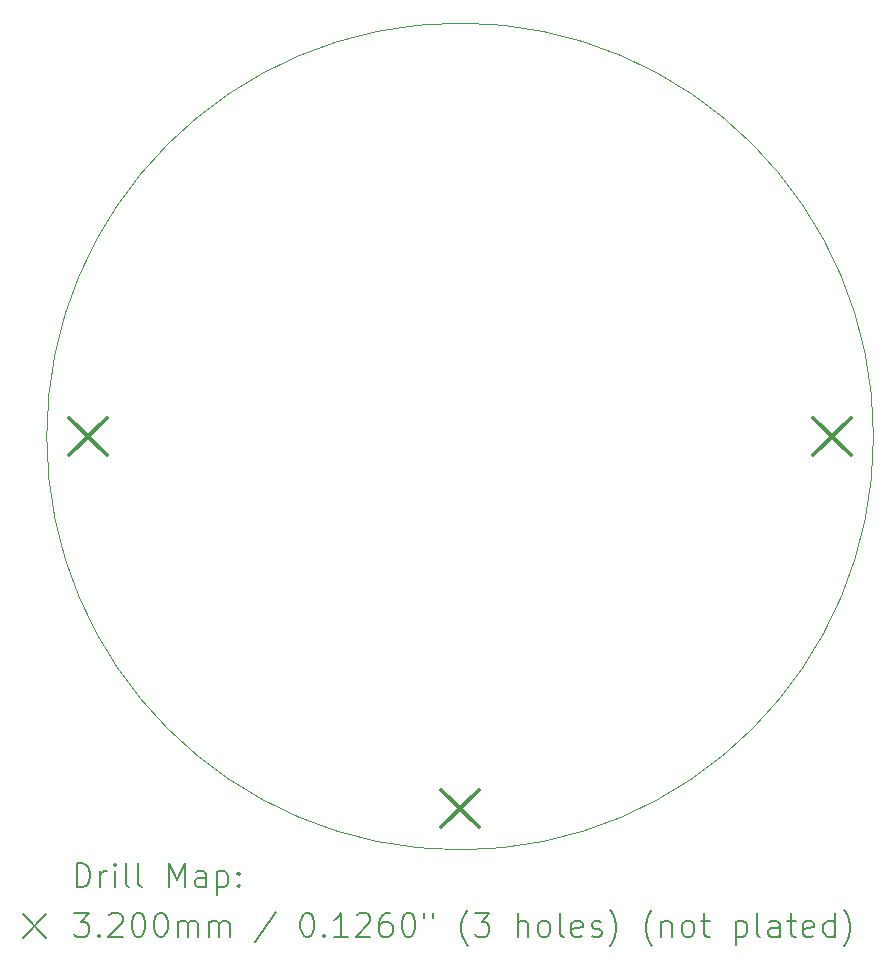
<source format=gbr>
%TF.GenerationSoftware,KiCad,Pcbnew,6.0.11+dfsg-1*%
%TF.CreationDate,2025-03-20T11:06:59-04:00*%
%TF.ProjectId,foc-board,666f632d-626f-4617-9264-2e6b69636164,rev?*%
%TF.SameCoordinates,Original*%
%TF.FileFunction,Drillmap*%
%TF.FilePolarity,Positive*%
%FSLAX45Y45*%
G04 Gerber Fmt 4.5, Leading zero omitted, Abs format (unit mm)*
G04 Created by KiCad (PCBNEW 6.0.11+dfsg-1) date 2025-03-20 11:06:59*
%MOMM*%
%LPD*%
G01*
G04 APERTURE LIST*
%ADD10C,0.100000*%
%ADD11C,0.200000*%
%ADD12C,0.320000*%
G04 APERTURE END LIST*
D10*
X14246600Y-9597200D02*
G75*
G03*
X14246600Y-9597200I-3500000J0D01*
G01*
D11*
D12*
X7437000Y-9437200D02*
X7757000Y-9757200D01*
X7757000Y-9437200D02*
X7437000Y-9757200D01*
X10586600Y-12586800D02*
X10906600Y-12906800D01*
X10906600Y-12586800D02*
X10586600Y-12906800D01*
X13736200Y-9437200D02*
X14056200Y-9757200D01*
X14056200Y-9437200D02*
X13736200Y-9757200D01*
D11*
X7499219Y-13412676D02*
X7499219Y-13212676D01*
X7546838Y-13212676D01*
X7575409Y-13222200D01*
X7594457Y-13241248D01*
X7603981Y-13260295D01*
X7613505Y-13298390D01*
X7613505Y-13326962D01*
X7603981Y-13365057D01*
X7594457Y-13384105D01*
X7575409Y-13403152D01*
X7546838Y-13412676D01*
X7499219Y-13412676D01*
X7699219Y-13412676D02*
X7699219Y-13279343D01*
X7699219Y-13317438D02*
X7708743Y-13298390D01*
X7718267Y-13288867D01*
X7737314Y-13279343D01*
X7756362Y-13279343D01*
X7823028Y-13412676D02*
X7823028Y-13279343D01*
X7823028Y-13212676D02*
X7813505Y-13222200D01*
X7823028Y-13231724D01*
X7832552Y-13222200D01*
X7823028Y-13212676D01*
X7823028Y-13231724D01*
X7946838Y-13412676D02*
X7927790Y-13403152D01*
X7918267Y-13384105D01*
X7918267Y-13212676D01*
X8051600Y-13412676D02*
X8032552Y-13403152D01*
X8023028Y-13384105D01*
X8023028Y-13212676D01*
X8280171Y-13412676D02*
X8280171Y-13212676D01*
X8346838Y-13355533D01*
X8413505Y-13212676D01*
X8413505Y-13412676D01*
X8594457Y-13412676D02*
X8594457Y-13307914D01*
X8584933Y-13288867D01*
X8565886Y-13279343D01*
X8527790Y-13279343D01*
X8508743Y-13288867D01*
X8594457Y-13403152D02*
X8575410Y-13412676D01*
X8527790Y-13412676D01*
X8508743Y-13403152D01*
X8499219Y-13384105D01*
X8499219Y-13365057D01*
X8508743Y-13346009D01*
X8527790Y-13336486D01*
X8575410Y-13336486D01*
X8594457Y-13326962D01*
X8689695Y-13279343D02*
X8689695Y-13479343D01*
X8689695Y-13288867D02*
X8708743Y-13279343D01*
X8746838Y-13279343D01*
X8765886Y-13288867D01*
X8775410Y-13298390D01*
X8784933Y-13317438D01*
X8784933Y-13374581D01*
X8775410Y-13393628D01*
X8765886Y-13403152D01*
X8746838Y-13412676D01*
X8708743Y-13412676D01*
X8689695Y-13403152D01*
X8870648Y-13393628D02*
X8880171Y-13403152D01*
X8870648Y-13412676D01*
X8861124Y-13403152D01*
X8870648Y-13393628D01*
X8870648Y-13412676D01*
X8870648Y-13288867D02*
X8880171Y-13298390D01*
X8870648Y-13307914D01*
X8861124Y-13298390D01*
X8870648Y-13288867D01*
X8870648Y-13307914D01*
X7041600Y-13642200D02*
X7241600Y-13842200D01*
X7241600Y-13642200D02*
X7041600Y-13842200D01*
X7480171Y-13632676D02*
X7603981Y-13632676D01*
X7537314Y-13708867D01*
X7565886Y-13708867D01*
X7584933Y-13718390D01*
X7594457Y-13727914D01*
X7603981Y-13746962D01*
X7603981Y-13794581D01*
X7594457Y-13813628D01*
X7584933Y-13823152D01*
X7565886Y-13832676D01*
X7508743Y-13832676D01*
X7489695Y-13823152D01*
X7480171Y-13813628D01*
X7689695Y-13813628D02*
X7699219Y-13823152D01*
X7689695Y-13832676D01*
X7680171Y-13823152D01*
X7689695Y-13813628D01*
X7689695Y-13832676D01*
X7775409Y-13651724D02*
X7784933Y-13642200D01*
X7803981Y-13632676D01*
X7851600Y-13632676D01*
X7870648Y-13642200D01*
X7880171Y-13651724D01*
X7889695Y-13670771D01*
X7889695Y-13689819D01*
X7880171Y-13718390D01*
X7765886Y-13832676D01*
X7889695Y-13832676D01*
X8013505Y-13632676D02*
X8032552Y-13632676D01*
X8051600Y-13642200D01*
X8061124Y-13651724D01*
X8070648Y-13670771D01*
X8080171Y-13708867D01*
X8080171Y-13756486D01*
X8070648Y-13794581D01*
X8061124Y-13813628D01*
X8051600Y-13823152D01*
X8032552Y-13832676D01*
X8013505Y-13832676D01*
X7994457Y-13823152D01*
X7984933Y-13813628D01*
X7975409Y-13794581D01*
X7965886Y-13756486D01*
X7965886Y-13708867D01*
X7975409Y-13670771D01*
X7984933Y-13651724D01*
X7994457Y-13642200D01*
X8013505Y-13632676D01*
X8203981Y-13632676D02*
X8223028Y-13632676D01*
X8242076Y-13642200D01*
X8251600Y-13651724D01*
X8261124Y-13670771D01*
X8270648Y-13708867D01*
X8270648Y-13756486D01*
X8261124Y-13794581D01*
X8251600Y-13813628D01*
X8242076Y-13823152D01*
X8223028Y-13832676D01*
X8203981Y-13832676D01*
X8184933Y-13823152D01*
X8175409Y-13813628D01*
X8165886Y-13794581D01*
X8156362Y-13756486D01*
X8156362Y-13708867D01*
X8165886Y-13670771D01*
X8175409Y-13651724D01*
X8184933Y-13642200D01*
X8203981Y-13632676D01*
X8356362Y-13832676D02*
X8356362Y-13699343D01*
X8356362Y-13718390D02*
X8365886Y-13708867D01*
X8384933Y-13699343D01*
X8413505Y-13699343D01*
X8432552Y-13708867D01*
X8442076Y-13727914D01*
X8442076Y-13832676D01*
X8442076Y-13727914D02*
X8451600Y-13708867D01*
X8470648Y-13699343D01*
X8499219Y-13699343D01*
X8518267Y-13708867D01*
X8527790Y-13727914D01*
X8527790Y-13832676D01*
X8623029Y-13832676D02*
X8623029Y-13699343D01*
X8623029Y-13718390D02*
X8632552Y-13708867D01*
X8651600Y-13699343D01*
X8680171Y-13699343D01*
X8699219Y-13708867D01*
X8708743Y-13727914D01*
X8708743Y-13832676D01*
X8708743Y-13727914D02*
X8718267Y-13708867D01*
X8737314Y-13699343D01*
X8765886Y-13699343D01*
X8784933Y-13708867D01*
X8794457Y-13727914D01*
X8794457Y-13832676D01*
X9184933Y-13623152D02*
X9013505Y-13880295D01*
X9442076Y-13632676D02*
X9461124Y-13632676D01*
X9480171Y-13642200D01*
X9489695Y-13651724D01*
X9499219Y-13670771D01*
X9508743Y-13708867D01*
X9508743Y-13756486D01*
X9499219Y-13794581D01*
X9489695Y-13813628D01*
X9480171Y-13823152D01*
X9461124Y-13832676D01*
X9442076Y-13832676D01*
X9423029Y-13823152D01*
X9413505Y-13813628D01*
X9403981Y-13794581D01*
X9394457Y-13756486D01*
X9394457Y-13708867D01*
X9403981Y-13670771D01*
X9413505Y-13651724D01*
X9423029Y-13642200D01*
X9442076Y-13632676D01*
X9594457Y-13813628D02*
X9603981Y-13823152D01*
X9594457Y-13832676D01*
X9584933Y-13823152D01*
X9594457Y-13813628D01*
X9594457Y-13832676D01*
X9794457Y-13832676D02*
X9680171Y-13832676D01*
X9737314Y-13832676D02*
X9737314Y-13632676D01*
X9718267Y-13661248D01*
X9699219Y-13680295D01*
X9680171Y-13689819D01*
X9870648Y-13651724D02*
X9880171Y-13642200D01*
X9899219Y-13632676D01*
X9946838Y-13632676D01*
X9965886Y-13642200D01*
X9975410Y-13651724D01*
X9984933Y-13670771D01*
X9984933Y-13689819D01*
X9975410Y-13718390D01*
X9861124Y-13832676D01*
X9984933Y-13832676D01*
X10156362Y-13632676D02*
X10118267Y-13632676D01*
X10099219Y-13642200D01*
X10089695Y-13651724D01*
X10070648Y-13680295D01*
X10061124Y-13718390D01*
X10061124Y-13794581D01*
X10070648Y-13813628D01*
X10080171Y-13823152D01*
X10099219Y-13832676D01*
X10137314Y-13832676D01*
X10156362Y-13823152D01*
X10165886Y-13813628D01*
X10175410Y-13794581D01*
X10175410Y-13746962D01*
X10165886Y-13727914D01*
X10156362Y-13718390D01*
X10137314Y-13708867D01*
X10099219Y-13708867D01*
X10080171Y-13718390D01*
X10070648Y-13727914D01*
X10061124Y-13746962D01*
X10299219Y-13632676D02*
X10318267Y-13632676D01*
X10337314Y-13642200D01*
X10346838Y-13651724D01*
X10356362Y-13670771D01*
X10365886Y-13708867D01*
X10365886Y-13756486D01*
X10356362Y-13794581D01*
X10346838Y-13813628D01*
X10337314Y-13823152D01*
X10318267Y-13832676D01*
X10299219Y-13832676D01*
X10280171Y-13823152D01*
X10270648Y-13813628D01*
X10261124Y-13794581D01*
X10251600Y-13756486D01*
X10251600Y-13708867D01*
X10261124Y-13670771D01*
X10270648Y-13651724D01*
X10280171Y-13642200D01*
X10299219Y-13632676D01*
X10442076Y-13632676D02*
X10442076Y-13670771D01*
X10518267Y-13632676D02*
X10518267Y-13670771D01*
X10813505Y-13908867D02*
X10803981Y-13899343D01*
X10784933Y-13870771D01*
X10775410Y-13851724D01*
X10765886Y-13823152D01*
X10756362Y-13775533D01*
X10756362Y-13737438D01*
X10765886Y-13689819D01*
X10775410Y-13661248D01*
X10784933Y-13642200D01*
X10803981Y-13613628D01*
X10813505Y-13604105D01*
X10870648Y-13632676D02*
X10994457Y-13632676D01*
X10927790Y-13708867D01*
X10956362Y-13708867D01*
X10975410Y-13718390D01*
X10984933Y-13727914D01*
X10994457Y-13746962D01*
X10994457Y-13794581D01*
X10984933Y-13813628D01*
X10975410Y-13823152D01*
X10956362Y-13832676D01*
X10899219Y-13832676D01*
X10880171Y-13823152D01*
X10870648Y-13813628D01*
X11232552Y-13832676D02*
X11232552Y-13632676D01*
X11318267Y-13832676D02*
X11318267Y-13727914D01*
X11308743Y-13708867D01*
X11289695Y-13699343D01*
X11261124Y-13699343D01*
X11242076Y-13708867D01*
X11232552Y-13718390D01*
X11442076Y-13832676D02*
X11423028Y-13823152D01*
X11413505Y-13813628D01*
X11403981Y-13794581D01*
X11403981Y-13737438D01*
X11413505Y-13718390D01*
X11423028Y-13708867D01*
X11442076Y-13699343D01*
X11470648Y-13699343D01*
X11489695Y-13708867D01*
X11499219Y-13718390D01*
X11508743Y-13737438D01*
X11508743Y-13794581D01*
X11499219Y-13813628D01*
X11489695Y-13823152D01*
X11470648Y-13832676D01*
X11442076Y-13832676D01*
X11623028Y-13832676D02*
X11603981Y-13823152D01*
X11594457Y-13804105D01*
X11594457Y-13632676D01*
X11775409Y-13823152D02*
X11756362Y-13832676D01*
X11718267Y-13832676D01*
X11699219Y-13823152D01*
X11689695Y-13804105D01*
X11689695Y-13727914D01*
X11699219Y-13708867D01*
X11718267Y-13699343D01*
X11756362Y-13699343D01*
X11775409Y-13708867D01*
X11784933Y-13727914D01*
X11784933Y-13746962D01*
X11689695Y-13766009D01*
X11861124Y-13823152D02*
X11880171Y-13832676D01*
X11918267Y-13832676D01*
X11937314Y-13823152D01*
X11946838Y-13804105D01*
X11946838Y-13794581D01*
X11937314Y-13775533D01*
X11918267Y-13766009D01*
X11889695Y-13766009D01*
X11870648Y-13756486D01*
X11861124Y-13737438D01*
X11861124Y-13727914D01*
X11870648Y-13708867D01*
X11889695Y-13699343D01*
X11918267Y-13699343D01*
X11937314Y-13708867D01*
X12013505Y-13908867D02*
X12023028Y-13899343D01*
X12042076Y-13870771D01*
X12051600Y-13851724D01*
X12061124Y-13823152D01*
X12070648Y-13775533D01*
X12070648Y-13737438D01*
X12061124Y-13689819D01*
X12051600Y-13661248D01*
X12042076Y-13642200D01*
X12023028Y-13613628D01*
X12013505Y-13604105D01*
X12375409Y-13908867D02*
X12365886Y-13899343D01*
X12346838Y-13870771D01*
X12337314Y-13851724D01*
X12327790Y-13823152D01*
X12318267Y-13775533D01*
X12318267Y-13737438D01*
X12327790Y-13689819D01*
X12337314Y-13661248D01*
X12346838Y-13642200D01*
X12365886Y-13613628D01*
X12375409Y-13604105D01*
X12451600Y-13699343D02*
X12451600Y-13832676D01*
X12451600Y-13718390D02*
X12461124Y-13708867D01*
X12480171Y-13699343D01*
X12508743Y-13699343D01*
X12527790Y-13708867D01*
X12537314Y-13727914D01*
X12537314Y-13832676D01*
X12661124Y-13832676D02*
X12642076Y-13823152D01*
X12632552Y-13813628D01*
X12623028Y-13794581D01*
X12623028Y-13737438D01*
X12632552Y-13718390D01*
X12642076Y-13708867D01*
X12661124Y-13699343D01*
X12689695Y-13699343D01*
X12708743Y-13708867D01*
X12718267Y-13718390D01*
X12727790Y-13737438D01*
X12727790Y-13794581D01*
X12718267Y-13813628D01*
X12708743Y-13823152D01*
X12689695Y-13832676D01*
X12661124Y-13832676D01*
X12784933Y-13699343D02*
X12861124Y-13699343D01*
X12813505Y-13632676D02*
X12813505Y-13804105D01*
X12823028Y-13823152D01*
X12842076Y-13832676D01*
X12861124Y-13832676D01*
X13080171Y-13699343D02*
X13080171Y-13899343D01*
X13080171Y-13708867D02*
X13099219Y-13699343D01*
X13137314Y-13699343D01*
X13156362Y-13708867D01*
X13165886Y-13718390D01*
X13175409Y-13737438D01*
X13175409Y-13794581D01*
X13165886Y-13813628D01*
X13156362Y-13823152D01*
X13137314Y-13832676D01*
X13099219Y-13832676D01*
X13080171Y-13823152D01*
X13289695Y-13832676D02*
X13270648Y-13823152D01*
X13261124Y-13804105D01*
X13261124Y-13632676D01*
X13451600Y-13832676D02*
X13451600Y-13727914D01*
X13442076Y-13708867D01*
X13423028Y-13699343D01*
X13384933Y-13699343D01*
X13365886Y-13708867D01*
X13451600Y-13823152D02*
X13432552Y-13832676D01*
X13384933Y-13832676D01*
X13365886Y-13823152D01*
X13356362Y-13804105D01*
X13356362Y-13785057D01*
X13365886Y-13766009D01*
X13384933Y-13756486D01*
X13432552Y-13756486D01*
X13451600Y-13746962D01*
X13518267Y-13699343D02*
X13594457Y-13699343D01*
X13546838Y-13632676D02*
X13546838Y-13804105D01*
X13556362Y-13823152D01*
X13575409Y-13832676D01*
X13594457Y-13832676D01*
X13737314Y-13823152D02*
X13718267Y-13832676D01*
X13680171Y-13832676D01*
X13661124Y-13823152D01*
X13651600Y-13804105D01*
X13651600Y-13727914D01*
X13661124Y-13708867D01*
X13680171Y-13699343D01*
X13718267Y-13699343D01*
X13737314Y-13708867D01*
X13746838Y-13727914D01*
X13746838Y-13746962D01*
X13651600Y-13766009D01*
X13918267Y-13832676D02*
X13918267Y-13632676D01*
X13918267Y-13823152D02*
X13899219Y-13832676D01*
X13861124Y-13832676D01*
X13842076Y-13823152D01*
X13832552Y-13813628D01*
X13823028Y-13794581D01*
X13823028Y-13737438D01*
X13832552Y-13718390D01*
X13842076Y-13708867D01*
X13861124Y-13699343D01*
X13899219Y-13699343D01*
X13918267Y-13708867D01*
X13994457Y-13908867D02*
X14003981Y-13899343D01*
X14023028Y-13870771D01*
X14032552Y-13851724D01*
X14042076Y-13823152D01*
X14051600Y-13775533D01*
X14051600Y-13737438D01*
X14042076Y-13689819D01*
X14032552Y-13661248D01*
X14023028Y-13642200D01*
X14003981Y-13613628D01*
X13994457Y-13604105D01*
M02*

</source>
